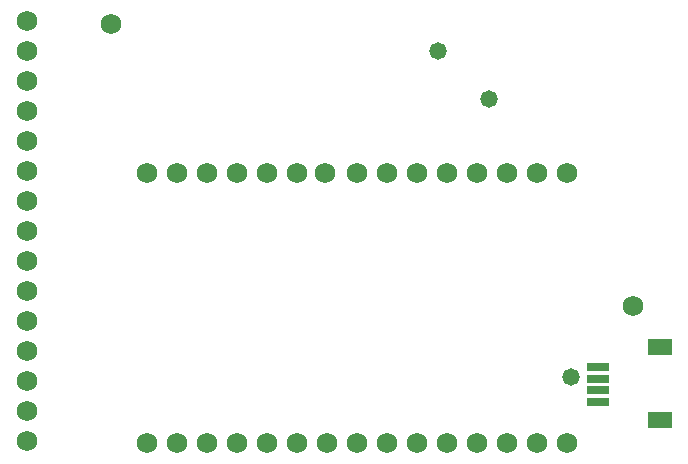
<source format=gts>
G04*
G04 #@! TF.GenerationSoftware,Altium Limited,Altium Designer,20.0.14 (345)*
G04*
G04 Layer_Color=8388736*
%FSLAX25Y25*%
%MOIN*%
G70*
G01*
G75*
%ADD13R,0.07493X0.03162*%
%ADD14R,0.07887X0.05524*%
%ADD15C,0.06800*%
%ADD16C,0.05800*%
D13*
X202331Y23996D02*
D03*
Y27933D02*
D03*
Y31870D02*
D03*
Y35807D02*
D03*
D14*
X223000Y18090D02*
D03*
Y42500D02*
D03*
D15*
X214000Y56000D02*
D03*
X40000Y150000D02*
D03*
X12000Y151000D02*
D03*
Y141000D02*
D03*
Y131000D02*
D03*
Y11000D02*
D03*
Y21000D02*
D03*
Y31000D02*
D03*
Y41000D02*
D03*
Y51000D02*
D03*
Y61000D02*
D03*
Y71000D02*
D03*
Y81000D02*
D03*
Y91000D02*
D03*
Y101000D02*
D03*
Y111000D02*
D03*
Y121000D02*
D03*
X52000Y10500D02*
D03*
X62000D02*
D03*
X72000D02*
D03*
X82000D02*
D03*
X92000D02*
D03*
X102000D02*
D03*
X112000D02*
D03*
X122000D02*
D03*
X132000D02*
D03*
X142000D02*
D03*
X152000D02*
D03*
X162000D02*
D03*
X172000D02*
D03*
X182000D02*
D03*
X192000D02*
D03*
Y100264D02*
D03*
X182000D02*
D03*
X172000D02*
D03*
X162000D02*
D03*
X152000D02*
D03*
X142000D02*
D03*
X132000D02*
D03*
X122000D02*
D03*
X111500D02*
D03*
X102000D02*
D03*
X92000D02*
D03*
X82000D02*
D03*
X72000D02*
D03*
X62000D02*
D03*
X52000D02*
D03*
D16*
X193500Y32500D02*
D03*
X166000Y125000D02*
D03*
X149000Y141000D02*
D03*
M02*

</source>
